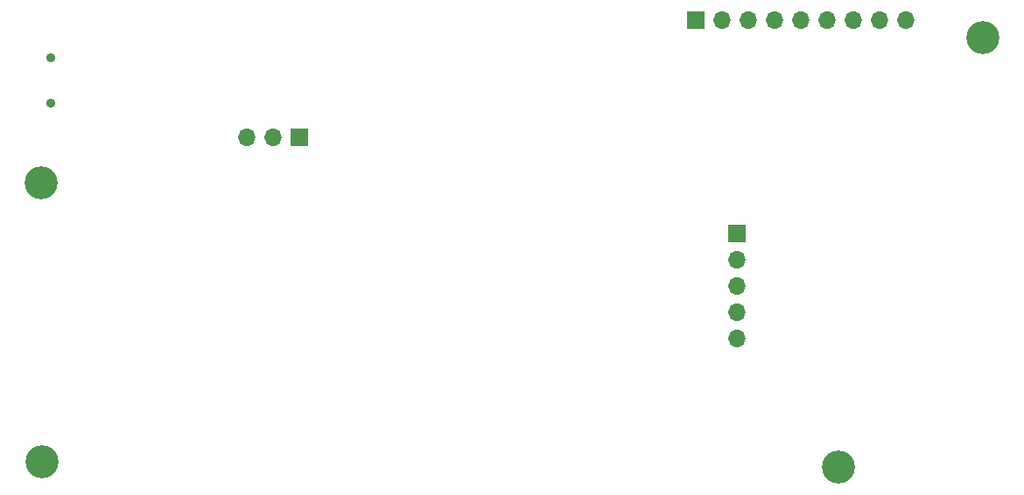
<source format=gbs>
%TF.GenerationSoftware,KiCad,Pcbnew,8.0.4-8.0.4-0~ubuntu24.04.1*%
%TF.CreationDate,2024-07-23T16:28:14+10:00*%
%TF.ProjectId,lo_cate_pcb,6c6f5f63-6174-4655-9f70-63622e6b6963,rev?*%
%TF.SameCoordinates,Original*%
%TF.FileFunction,Soldermask,Bot*%
%TF.FilePolarity,Negative*%
%FSLAX46Y46*%
G04 Gerber Fmt 4.6, Leading zero omitted, Abs format (unit mm)*
G04 Created by KiCad (PCBNEW 8.0.4-8.0.4-0~ubuntu24.04.1) date 2024-07-23 16:28:14*
%MOMM*%
%LPD*%
G01*
G04 APERTURE LIST*
%ADD10R,1.700000X1.700000*%
%ADD11O,1.700000X1.700000*%
%ADD12C,3.200000*%
%ADD13C,0.900000*%
G04 APERTURE END LIST*
D10*
%TO.C,J3*%
X165250000Y-76375000D03*
D11*
X167790000Y-76375000D03*
X170330000Y-76375000D03*
X172870000Y-76375000D03*
X175410000Y-76375000D03*
X177950000Y-76375000D03*
X180490000Y-76375000D03*
X183030000Y-76375000D03*
X185570000Y-76375000D03*
%TD*%
D10*
%TO.C,J1*%
X169200000Y-97040000D03*
D11*
X169200000Y-99580000D03*
X169200000Y-102120000D03*
X169200000Y-104660000D03*
X169200000Y-107200000D03*
%TD*%
D12*
%TO.C,H2*%
X101900000Y-92100000D03*
%TD*%
%TO.C,H4*%
X102025000Y-119100000D03*
%TD*%
%TO.C,H1*%
X193025000Y-78100000D03*
%TD*%
D13*
%TO.C,J2*%
X102825000Y-79980000D03*
X102825000Y-84380000D03*
%TD*%
D10*
%TO.C,J4*%
X126890000Y-87700000D03*
D11*
X124350000Y-87700000D03*
X121810000Y-87700000D03*
%TD*%
D12*
%TO.C,H3*%
X179025000Y-119600000D03*
%TD*%
M02*

</source>
